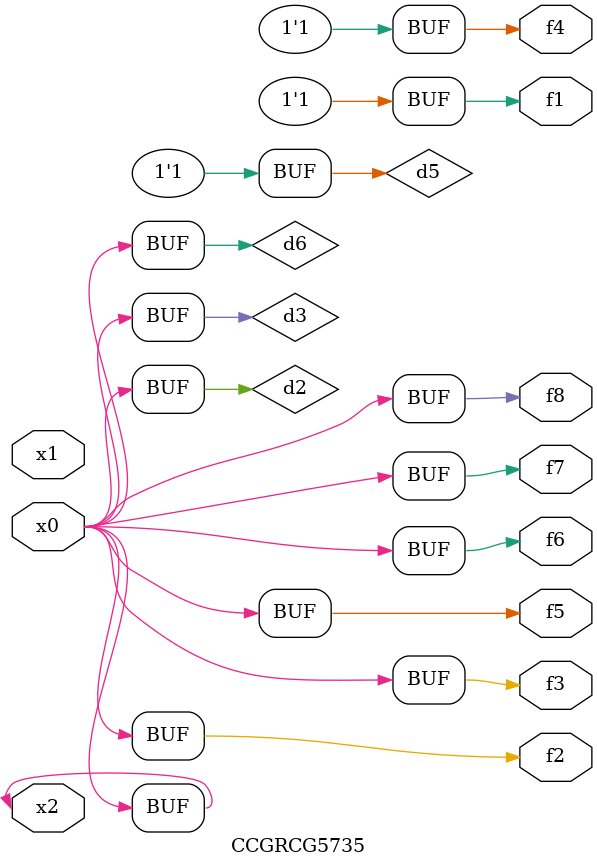
<source format=v>
module CCGRCG5735(
	input x0, x1, x2,
	output f1, f2, f3, f4, f5, f6, f7, f8
);

	wire d1, d2, d3, d4, d5, d6;

	xnor (d1, x2);
	buf (d2, x0, x2);
	and (d3, x0);
	xnor (d4, x1, x2);
	nand (d5, d1, d3);
	buf (d6, d2, d3);
	assign f1 = d5;
	assign f2 = d6;
	assign f3 = d6;
	assign f4 = d5;
	assign f5 = d6;
	assign f6 = d6;
	assign f7 = d6;
	assign f8 = d6;
endmodule

</source>
